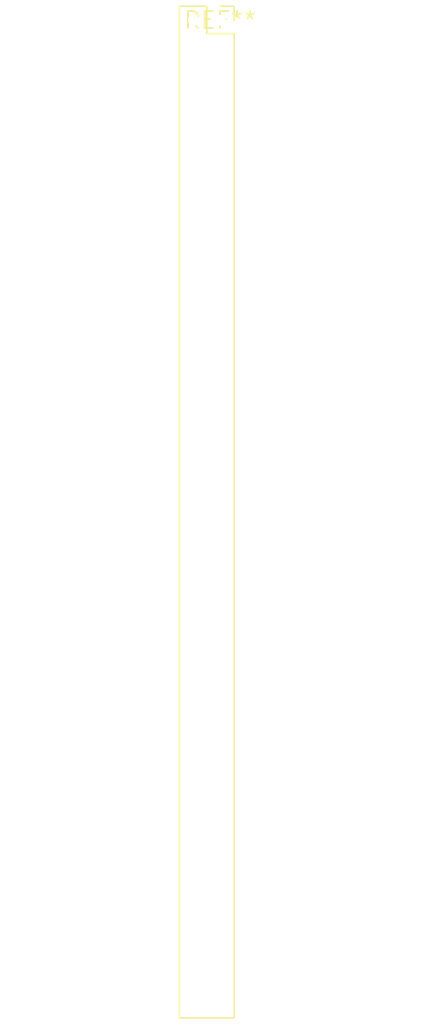
<source format=kicad_pcb>
(kicad_pcb (version 20240108) (generator pcbnew)
  (layers (0 "F.Cu" signal) (31 "B.Cu" signal) (34 "B.Paste" user) (35 "F.Paste" user) (36 "B.SilkS" user "B.Silkscreen") (37 "F.SilkS" user "F.Silkscreen") (38 "B.Mask" user) (39 "F.Mask" user) (44 "Edge.Cuts" user))
  (net 0 "")
  (footprint "PinSocket_2x38_P2.00mm_Vertical" (layer "F.Cu") (at 0 0)
    (property "Reference" "REF**")
    (property "Value" "PinSocket_2x38_P2.00mm_Vertical")
    (fp_line (start -3.06 -1.06) (end -3.06 75.06) (layer "F.SilkS") (stroke (width 0.12)))
    (fp_line (start -3.06 -1.06) (end -1 -1.06) (layer "F.SilkS") (stroke (width 0.12)))
    (fp_line (start -3.06 75.06) (end 1.06 75.06) (layer "F.SilkS") (stroke (width 0.12)))
    (fp_line (start -1 -1.06) (end -1 1) (layer "F.SilkS") (stroke (width 0.12)))
    (fp_line (start -1 1) (end 1.06 1) (layer "F.SilkS") (stroke (width 0.12)))
    (fp_line (start 0 -1.06) (end 1.06 -1.06) (layer "F.SilkS") (stroke (width 0.12)))
    (fp_line (start 1.06 -1.06) (end 1.06 0) (layer "F.SilkS") (stroke (width 0.12)))
    (fp_line (start 1.06 1) (end 1.06 75.06) (layer "F.SilkS") (stroke (width 0.12)))
    (pad "1" thru_hole rect (at 0 0) (size 1.35 1.35) (drill 0.8) (layers *.Cu *.Mask) (remove_unused_layers))
    (pad "2" thru_hole oval (at -2 0) (size 1.35 1.35) (drill 0.8) (layers *.Cu *.Mask) (remove_unused_layers))
    (pad "3" thru_hole oval (at 0 2) (size 1.35 1.35) (drill 0.8) (layers *.Cu *.Mask) (remove_unused_layers))
    (pad "4" thru_hole oval (at -2 2) (size 1.35 1.35) (drill 0.8) (layers *.Cu *.Mask) (remove_unused_layers))
    (pad "5" thru_hole oval (at 0 4) (size 1.35 1.35) (drill 0.8) (layers *.Cu *.Mask) (remove_unused_layers))
    (pad "6" thru_hole oval (at -2 4) (size 1.35 1.35) (drill 0.8) (layers *.Cu *.Mask) (remove_unused_layers))
    (pad "7" thru_hole oval (at 0 6) (size 1.35 1.35) (drill 0.8) (layers *.Cu *.Mask) (remove_unused_layers))
    (pad "8" thru_hole oval (at -2 6) (size 1.35 1.35) (drill 0.8) (layers *.Cu *.Mask) (remove_unused_layers))
    (pad "9" thru_hole oval (at 0 8) (size 1.35 1.35) (drill 0.8) (layers *.Cu *.Mask) (remove_unused_layers))
    (pad "10" thru_hole oval (at -2 8) (size 1.35 1.35) (drill 0.8) (layers *.Cu *.Mask) (remove_unused_layers))
    (pad "11" thru_hole oval (at 0 10) (size 1.35 1.35) (drill 0.8) (layers *.Cu *.Mask) (remove_unused_layers))
    (pad "12" thru_hole oval (at -2 10) (size 1.35 1.35) (drill 0.8) (layers *.Cu *.Mask) (remove_unused_layers))
    (pad "13" thru_hole oval (at 0 12) (size 1.35 1.35) (drill 0.8) (layers *.Cu *.Mask) (remove_unused_layers))
    (pad "14" thru_hole oval (at -2 12) (size 1.35 1.35) (drill 0.8) (layers *.Cu *.Mask) (remove_unused_layers))
    (pad "15" thru_hole oval (at 0 14) (size 1.35 1.35) (drill 0.8) (layers *.Cu *.Mask) (remove_unused_layers))
    (pad "16" thru_hole oval (at -2 14) (size 1.35 1.35) (drill 0.8) (layers *.Cu *.Mask) (remove_unused_layers))
    (pad "17" thru_hole oval (at 0 16) (size 1.35 1.35) (drill 0.8) (layers *.Cu *.Mask) (remove_unused_layers))
    (pad "18" thru_hole oval (at -2 16) (size 1.35 1.35) (drill 0.8) (layers *.Cu *.Mask) (remove_unused_layers))
    (pad "19" thru_hole oval (at 0 18) (size 1.35 1.35) (drill 0.8) (layers *.Cu *.Mask) (remove_unused_layers))
    (pad "20" thru_hole oval (at -2 18) (size 1.35 1.35) (drill 0.8) (layers *.Cu *.Mask) (remove_unused_layers))
    (pad "21" thru_hole oval (at 0 20) (size 1.35 1.35) (drill 0.8) (layers *.Cu *.Mask) (remove_unused_layers))
    (pad "22" thru_hole oval (at -2 20) (size 1.35 1.35) (drill 0.8) (layers *.Cu *.Mask) (remove_unused_layers))
    (pad "23" thru_hole oval (at 0 22) (size 1.35 1.35) (drill 0.8) (layers *.Cu *.Mask) (remove_unused_layers))
    (pad "24" thru_hole oval (at -2 22) (size 1.35 1.35) (drill 0.8) (layers *.Cu *.Mask) (remove_unused_layers))
    (pad "25" thru_hole oval (at 0 24) (size 1.35 1.35) (drill 0.8) (layers *.Cu *.Mask) (remove_unused_layers))
    (pad "26" thru_hole oval (at -2 24) (size 1.35 1.35) (drill 0.8) (layers *.Cu *.Mask) (remove_unused_layers))
    (pad "27" thru_hole oval (at 0 26) (size 1.35 1.35) (drill 0.8) (layers *.Cu *.Mask) (remove_unused_layers))
    (pad "28" thru_hole oval (at -2 26) (size 1.35 1.35) (drill 0.8) (layers *.Cu *.Mask) (remove_unused_layers))
    (pad "29" thru_hole oval (at 0 28) (size 1.35 1.35) (drill 0.8) (layers *.Cu *.Mask) (remove_unused_layers))
    (pad "30" thru_hole oval (at -2 28) (size 1.35 1.35) (drill 0.8) (layers *.Cu *.Mask) (remove_unused_layers))
    (pad "31" thru_hole oval (at 0 30) (size 1.35 1.35) (drill 0.8) (layers *.Cu *.Mask) (remove_unused_layers))
    (pad "32" thru_hole oval (at -2 30) (size 1.35 1.35) (drill 0.8) (layers *.Cu *.Mask) (remove_unused_layers))
    (pad "33" thru_hole oval (at 0 32) (size 1.35 1.35) (drill 0.8) (layers *.Cu *.Mask) (remove_unused_layers))
    (pad "34" thru_hole oval (at -2 32) (size 1.35 1.35) (drill 0.8) (layers *.Cu *.Mask) (remove_unused_layers))
    (pad "35" thru_hole oval (at 0 34) (size 1.35 1.35) (drill 0.8) (layers *.Cu *.Mask) (remove_unused_layers))
    (pad "36" thru_hole oval (at -2 34) (size 1.35 1.35) (drill 0.8) (layers *.Cu *.Mask) (remove_unused_layers))
    (pad "37" thru_hole oval (at 0 36) (size 1.35 1.35) (drill 0.8) (layers *.Cu *.Mask) (remove_unused_layers))
    (pad "38" thru_hole oval (at -2 36) (size 1.35 1.35) (drill 0.8) (layers *.Cu *.Mask) (remove_unused_layers))
    (pad "39" thru_hole oval (at 0 38) (size 1.35 1.35) (drill 0.8) (layers *.Cu *.Mask) (remove_unused_layers))
    (pad "40" thru_hole oval (at -2 38) (size 1.35 1.35) (drill 0.8) (layers *.Cu *.Mask) (remove_unused_layers))
    (pad "41" thru_hole oval (at 0 40) (size 1.35 1.35) (drill 0.8) (layers *.Cu *.Mask) (remove_unused_layers))
    (pad "42" thru_hole oval (at -2 40) (size 1.35 1.35) (drill 0.8) (layers *.Cu *.Mask) (remove_unused_layers))
    (pad "43" thru_hole oval (at 0 42) (size 1.35 1.35) (drill 0.8) (layers *.Cu *.Mask) (remove_unused_layers))
    (pad "44" thru_hole oval (at -2 42) (size 1.35 1.35) (drill 0.8) (layers *.Cu *.Mask) (remove_unused_layers))
    (pad "45" thru_hole oval (at 0 44) (size 1.35 1.35) (drill 0.8) (layers *.Cu *.Mask) (remove_unused_layers))
    (pad "46" thru_hole oval (at -2 44) (size 1.35 1.35) (drill 0.8) (layers *.Cu *.Mask) (remove_unused_layers))
    (pad "47" thru_hole oval (at 0 46) (size 1.35 1.35) (drill 0.8) (layers *.Cu *.Mask) (remove_unused_layers))
    (pad "48" thru_hole oval (at -2 46) (size 1.35 1.35) (drill 0.8) (layers *.Cu *.Mask) (remove_unused_layers))
    (pad "49" thru_hole oval (at 0 48) (size 1.35 1.35) (drill 0.8) (layers *.Cu *.Mask) (remove_unused_layers))
    (pad "50" thru_hole oval (at -2 48) (size 1.35 1.35) (drill 0.8) (layers *.Cu *.Mask) (remove_unused_layers))
    (pad "51" thru_hole oval (at 0 50) (size 1.35 1.35) (drill 0.8) (layers *.Cu *.Mask) (remove_unused_layers))
    (pad "52" thru_hole oval (at -2 50) (size 1.35 1.35) (drill 0.8) (layers *.Cu *.Mask) (remove_unused_layers))
    (pad "53" thru_hole oval (at 0 52) (size 1.35 1.35) (drill 0.8) (layers *.Cu *.Mask) (remove_unused_layers))
    (pad "54" thru_hole oval (at -2 52) (size 1.35 1.35) (drill 0.8) (layers *.Cu *.Mask) (remove_unused_layers))
    (pad "55" thru_hole oval (at 0 54) (size 1.35 1.35) (drill 0.8) (layers *.Cu *.Mask) (remove_unused_layers))
    (pad "56" thru_hole oval (at -2 54) (size 1.35 1.35) (drill 0.8) (layers *.Cu *.Mask) (remove_unused_layers))
    (pad "57" thru_hole oval (at 0 56) (size 1.35 1.35) (drill 0.8) (layers *.Cu *.Mask) (remove_unused_layers))
    (pad "58" thru_hole oval (at -2 56) (size 1.35 1.35) (drill 0.8) (layers *.Cu *.Mask) (remove_unused_layers))
    (pad "59" thru_hole oval (at 0 58) (size 1.35 1.35) (drill 0.8) (layers *.Cu *.Mask) (remove_unused_layers))
    (pad "60" thru_hole oval (at -2 58) (size 1.35 1.35) (drill 0.8) (layers *.Cu *.Mask) (remove_unused_layers))
    (pad "61" thru_hole oval (at 0 60) (size 1.35 1.35) (drill 0.8) (layers *.Cu *.Mask) (remove_unused_layers))
    (pad "62" thru_hole oval (at -2 60) (size 1.35 1.35) (drill 0.8) (layers *.Cu *.Mask) (remove_unused_layers))
    (pad "63" thru_hole oval (at 0 62) (size 1.35 1.35) (drill 0.8) (layers *.Cu *.Mask) (remove_unused_layers))
    (pad "64" thru_hole oval (at -2 62) (size 1.35 1.35) (drill 0.8) (layers *.Cu *.Mask) (remove_unused_layers))
    (pad "65" thru_hole oval (at 0 64) (size 1.35 1.35) (drill 0.8) (layers *.Cu *.Mask) (remove_unused_layers))
    (pad "66" thru_hole oval (at -2 64) (size 1.35 1.35) (drill 0.8) (layers *.Cu *.Mask) (remove_unused_layers))
    (pad "67" thru_hole oval (at 0 66) (size 1.35 1.35) (drill 0.8) (layers *.Cu *.Mask) (remove_unused_layers))
    (pad "68" thru_hole oval (at -2 66) (size 1.35 1.35) (drill 0.8) (layers *.Cu *.Mask) (remove_unused_layers))
    (pad "69" thru_hole oval (at 0 68) (size 1.35 1.35) (drill 0.8) (layers *.Cu *.Mask) (remove_unused_layers))
    (pad "70" thru_hole oval (at -2 68) (size 1.35 1.35) (drill 0.8) (layers *.Cu *.Mask) (remove_unused_layers))
    (pad "71" thru_hole oval (at 0 70) (size 1.35 1.35) (drill 0.8) (layers *.Cu *.Mask) (remove_unused_layers))
    (pad "72" thru_hole oval (at -2 70) (size 1.35 1.35) (drill 0.8) (layers *.Cu *.Mask) (remove_unused_layers))
    (pad "73" thru_hole oval (at 0 72) (size 1.35 1.35) (drill 0.8) (layers *.Cu *.Mask) (remove_unused_layers))
    (pad "74" thru_hole oval (at -2 72) (size 1.35 1.35) (drill 0.8) (layers *.Cu *.Mask) (remove_unused_layers))
    (pad "75" thru_hole oval (at 0 74) (size 1.35 1.35) (drill 0.8) (layers *.Cu *.Mask) (remove_unused_layers))
    (pad "76" thru_hole oval (at -2 74) (size 1.35 1.35) (drill 0.8) (layers *.Cu *.Mask) (remove_unused_layers))
  )
)
</source>
